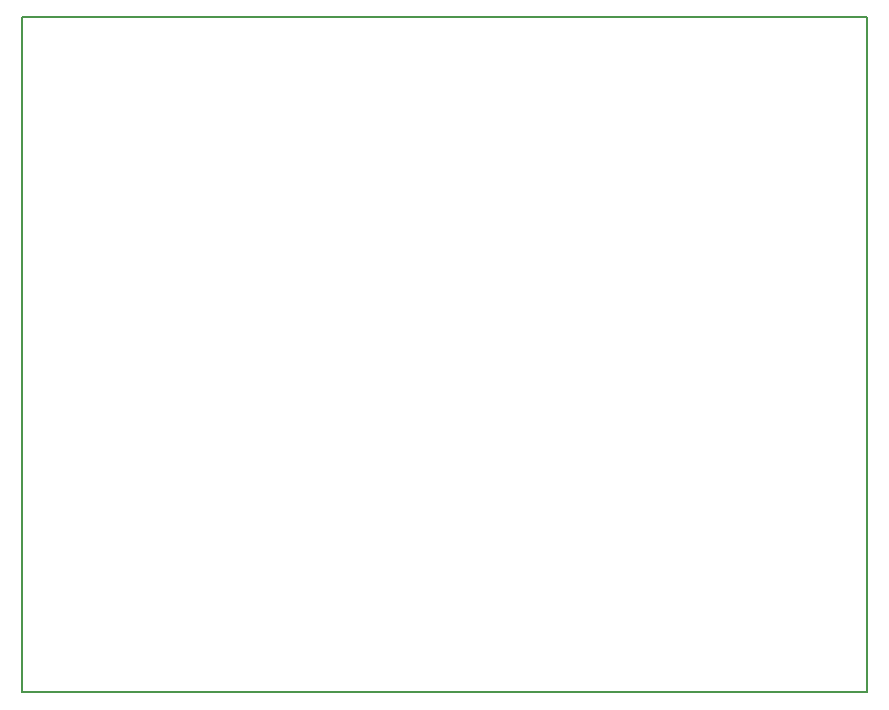
<source format=gm1>
G04 #@! TF.FileFunction,Profile,NP*
%FSLAX46Y46*%
G04 Gerber Fmt 4.6, Leading zero omitted, Abs format (unit mm)*
G04 Created by KiCad (PCBNEW 4.0.7) date 10/31/17 21:38:08*
%MOMM*%
%LPD*%
G01*
G04 APERTURE LIST*
%ADD10C,0.100000*%
%ADD11C,0.150000*%
G04 APERTURE END LIST*
D10*
D11*
X140970000Y-76200000D02*
X140970000Y-133350000D01*
X212500000Y-76200000D02*
X140970000Y-76200000D01*
X212500000Y-133350000D02*
X212500000Y-76200000D01*
X140970000Y-133350000D02*
X212500000Y-133350000D01*
M02*

</source>
